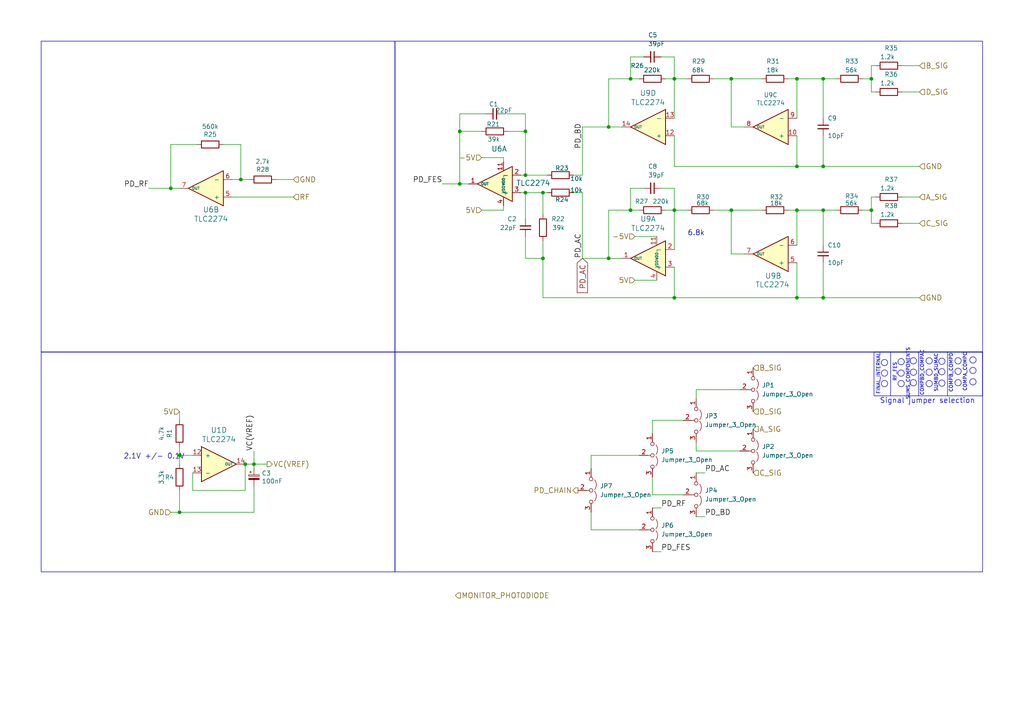
<source format=kicad_sch>
(kicad_sch (version 20231120) (generator "eeschema") (generator_version "8.0")
  (paper "A4")
  (lib_symbols
    (symbol "DVDLaserScanner-rescue:CP_Small" (pin_numbers hide) (pin_names (offset 0.254) hide)
      (property "Reference" "C" (at 0.254 1.778 0))
      (property "Value" "CP_Small" (at 0.254 -2.032 0))
      (symbol "CP_Small_0_1"
        (rectangle (start -1.524 -0.3048) (end 1.524 -0.6858) (fill (type outline)))
        (rectangle (start -1.524 0.6858) (end 1.524 0.3048))
        (polyline (pts (xy -1.27 1.524) (xy -0.762 1.524)))
        (polyline (pts (xy -1.016 1.27) (xy -1.016 1.778)))
      )
      (symbol "CP_Small_1_1"
        (pin passive line (at 0 2.54 270) (length 1.8542) (name "~") (number "1"))
        (pin passive line (at 0 -2.54 90) (length 1.8542) (name "~") (number "2"))
      )
    )
    (symbol "DVDLaserScanner-rescue:C_Small" (pin_numbers hide) (pin_names (offset 0.254) hide)
      (property "Reference" "C" (at 0.254 1.778 0))
      (property "Value" "C_Small" (at 0.254 -2.032 0))
      (symbol "C_Small_0_1"
        (polyline (pts (xy -1.524 -0.508) (xy 1.524 -0.508)) (stroke (width 0.3302)))
        (polyline (pts (xy -1.524 0.508) (xy 1.524 0.508)) (stroke (width 0.3048)))
      )
      (symbol "C_Small_1_1"
        (pin passive line (at 0 2.54 270) (length 2.032) (name "~") (number "1"))
        (pin passive line (at 0 -2.54 90) (length 2.032) (name "~") (number "2"))
      )
    )
    (symbol "DVDLaserScanner-rescue:R" (pin_numbers hide) (pin_names (offset 0))
      (property "Reference" "R" (at 2.032 0 90))
      (property "Value" "R" (at 0 0 90))
      (symbol "R_0_1"
        (rectangle (start -1.016 -2.54) (end 1.016 2.54) (stroke (width 0.254)))
      )
      (symbol "R_1_1"
        (pin passive line (at 0 3.81 270) (length 1.27) (name "~") (number "1"))
        (pin passive line (at 0 -3.81 90) (length 1.27) (name "~") (number "2"))
      )
    )
    (symbol "DVDLaserScanner-rescue:TLC2274" (pin_names (offset 1.016))
      (property "Reference" "U" (at 5.715 3.81 0))
      (property "Value" "TLC2274" (at 6.985 -3.81 0))
      (symbol "TLC2274_0_1"
        (polyline (pts (xy -2.54 5.08) (xy 7.62 0) (xy -2.54 -5.08) (xy -2.54 5.08)) (stroke (width 0.254)) (fill (type background)))
      )
      (symbol "TLC2274_1_1"
        (pin input line (at 10.16 0 180) (length 2.54) (name "OUT") (number "1"))
        (pin input line (at 0 -6.35 90) (length 2.54) (name "VDD-") (number "11"))
        (pin input line (at -5.08 -2.54 0) (length 2.54) (name "-") (number "2"))
        (pin input line (at -5.08 2.54 0) (length 2.54) (name "+") (number "3"))
        (pin input line (at 0 6.35 270) (length 2.54) (name "VDD+") (number "4"))
      )
      (symbol "TLC2274_2_1"
        (pin input line (at -5.08 2.54 0) (length 2.54) (name "+") (number "5"))
        (pin input line (at -5.08 -2.54 0) (length 2.54) (name "-") (number "6"))
        (pin input line (at 10.16 0 180) (length 2.54) (name "OUT") (number "7"))
      )
      (symbol "TLC2274_3_1"
        (pin input line (at -5.08 2.54 0) (length 2.54) (name "+") (number "10"))
        (pin input line (at 10.16 0 180) (length 2.54) (name "OUT") (number "8"))
        (pin input line (at -5.08 -2.54 0) (length 2.54) (name "-") (number "9"))
      )
      (symbol "TLC2274_4_1"
        (pin input line (at -5.08 2.54 0) (length 2.54) (name "+") (number "12"))
        (pin input line (at -5.08 -2.54 0) (length 2.54) (name "-") (number "13"))
        (pin input line (at 10.16 0 180) (length 2.54) (name "OUT") (number "14"))
      )
    )
    (symbol "Jumper:Jumper_3_Open" (pin_names (offset 0) hide) (exclude_from_sim yes) (in_bom no)
      (property "Reference" "JP" (at -2.54 -2.54 0))
      (property "Value" "Jumper_3_Open" (at 0 2.794 0))
      (symbol "Jumper_3_Open_0_0"
        (circle (center -3.302 0) (radius 0.508))
        (circle (center 0 0) (radius 0.508))
        (circle (center 3.302 0) (radius 0.508))
      )
      (symbol "Jumper_3_Open_0_1"
        (arc (start -0.254 1.016) (mid -1.651 1.4992) (end -3.048 1.016))
        (polyline (pts (xy 0 -0.508) (xy 0 -1.27)))
        (arc (start 3.048 1.016) (mid 1.651 1.4992) (end 0.254 1.016))
      )
      (symbol "Jumper_3_Open_1_1"
        (pin passive line (at -6.35 0 0) (length 2.54) (name "A") (number "1"))
        (pin passive line (at 0 -3.81 90) (length 2.54) (name "C") (number "2"))
        (pin passive line (at 6.35 0 180) (length 2.54) (name "B") (number "3"))
      )
    )
  )
  (junction (at 238.76 48.26))
  (junction (at 195.58 60.96))
  (junction (at 231.14 48.26))
  (junction (at 73.66 134.62))
  (junction (at 52.07 148.59))
  (junction (at 238.76 22.86))
  (junction (at 152.4 55.88))
  (junction (at 157.48 74.93))
  (junction (at 69.85 52.07))
  (junction (at 182.88 22.86))
  (junction (at 252.73 60.96))
  (junction (at 252.73 22.86))
  (junction (at 195.58 22.86))
  (junction (at 71.12 134.62))
  (junction (at 231.14 60.96))
  (junction (at 195.58 86.36))
  (junction (at 231.14 86.36))
  (junction (at 133.35 38.1))
  (junction (at 238.76 86.36))
  (junction (at 52.07 132.08))
  (junction (at 133.35 53.34))
  (junction (at 182.88 60.96))
  (junction (at 212.09 22.86))
  (junction (at 176.53 36.83))
  (junction (at 157.48 55.88))
  (junction (at 238.76 60.96))
  (junction (at 49.53 54.61))
  (junction (at 152.4 50.8))
  (junction (at 176.53 74.93))
  (junction (at 152.4 38.1))
  (junction (at 231.14 22.86))
  (junction (at 212.09 60.96))
  (wire (pts (xy 193.04 60.96) (xy 195.58 60.96)))
  (wire (pts (xy 52.07 119.38) (xy 52.07 121.92)))
  (wire (pts (xy 189.23 147.32) (xy 191.77 147.32)))
  (wire (pts (xy 152.4 74.93) (xy 157.48 74.93)))
  (wire (pts (xy 157.48 69.85) (xy 157.48 74.93)))
  (wire (pts (xy 212.09 22.86) (xy 220.98 22.86)))
  (wire (pts (xy 185.42 153.67) (xy 171.45 153.67)))
  (wire (pts (xy 146.05 33.02) (xy 152.4 33.02)))
  (wire (pts (xy 64.77 41.91) (xy 69.85 41.91)))
  (wire (pts (xy 250.19 60.96) (xy 252.73 60.96)))
  (wire (pts (xy 152.4 68.58) (xy 152.4 74.93)))
  (wire (pts (xy 252.73 57.15) (xy 252.73 60.96)))
  (wire (pts (xy 71.12 134.62) (xy 73.66 134.62)))
  (wire (pts (xy 191.77 54.61) (xy 195.58 54.61)))
  (wire (pts (xy 207.01 60.96) (xy 212.09 60.96)))
  (polyline (pts (xy 274.828 102.108) (xy 274.828 114.808)))
  (wire (pts (xy 189.23 160.02) (xy 191.77 160.02)))
  (wire (pts (xy 157.48 55.88) (xy 157.48 62.23)))
  (wire (pts (xy 152.4 38.1) (xy 152.4 50.8)))
  (wire (pts (xy 238.76 48.26) (xy 266.7 48.26)))
  (wire (pts (xy 231.14 86.36) (xy 238.76 86.36)))
  (wire (pts (xy 171.45 135.89) (xy 171.45 132.08)))
  (wire (pts (xy 212.09 36.83) (xy 215.9 36.83)))
  (wire (pts (xy 182.88 16.51) (xy 182.88 22.86)))
  (wire (pts (xy 214.63 113.03) (xy 201.93 113.03)))
  (wire (pts (xy 214.63 130.81) (xy 201.93 130.81)))
  (wire (pts (xy 176.53 74.93) (xy 180.34 74.93)))
  (wire (pts (xy 176.53 60.96) (xy 182.88 60.96)))
  (wire (pts (xy 55.88 142.24) (xy 71.12 142.24)))
  (wire (pts (xy 238.76 86.36) (xy 238.76 76.2)))
  (wire (pts (xy 168.91 36.83) (xy 168.91 50.8)))
  (wire (pts (xy 252.73 26.67) (xy 254 26.67)))
  (wire (pts (xy 252.73 60.96) (xy 252.73 64.77)))
  (wire (pts (xy 157.48 55.88) (xy 158.75 55.88)))
  (wire (pts (xy 190.5 68.58) (xy 184.15 68.58)))
  (wire (pts (xy 238.76 60.96) (xy 242.57 60.96)))
  (wire (pts (xy 186.69 54.61) (xy 182.88 54.61)))
  (wire (pts (xy 266.7 57.15) (xy 261.62 57.15)))
  (wire (pts (xy 212.09 73.66) (xy 215.9 73.66)))
  (wire (pts (xy 212.09 60.96) (xy 220.98 60.96)))
  (wire (pts (xy 252.73 19.05) (xy 252.73 22.86)))
  (wire (pts (xy 151.13 55.88) (xy 152.4 55.88)))
  (wire (pts (xy 207.01 22.86) (xy 212.09 22.86)))
  (wire (pts (xy 168.91 55.88) (xy 166.37 55.88)))
  (wire (pts (xy 171.45 153.67) (xy 171.45 148.59)))
  (wire (pts (xy 128.27 53.34) (xy 133.35 53.34)))
  (wire (pts (xy 146.05 45.72) (xy 139.7 45.72)))
  (wire (pts (xy 55.88 137.16) (xy 55.88 142.24)))
  (wire (pts (xy 195.58 86.36) (xy 231.14 86.36)))
  (wire (pts (xy 182.88 54.61) (xy 182.88 60.96)))
  (wire (pts (xy 195.58 39.37) (xy 195.58 48.26)))
  (wire (pts (xy 140.97 33.02) (xy 133.35 33.02)))
  (wire (pts (xy 195.58 60.96) (xy 199.39 60.96)))
  (wire (pts (xy 201.93 149.86) (xy 204.47 149.86)))
  (wire (pts (xy 238.76 22.86) (xy 242.57 22.86)))
  (wire (pts (xy 189.23 125.73) (xy 189.23 121.92)))
  (wire (pts (xy 71.12 142.24) (xy 71.12 134.62)))
  (wire (pts (xy 201.93 130.81) (xy 201.93 128.27)))
  (wire (pts (xy 52.07 129.54) (xy 52.07 132.08)))
  (wire (pts (xy 49.53 148.59) (xy 52.07 148.59)))
  (wire (pts (xy 176.53 36.83) (xy 180.34 36.83)))
  (wire (pts (xy 49.53 41.91) (xy 49.53 54.61)))
  (wire (pts (xy 212.09 22.86) (xy 212.09 36.83)))
  (wire (pts (xy 195.58 60.96) (xy 195.58 72.39)))
  (wire (pts (xy 195.58 16.51) (xy 195.58 22.86)))
  (wire (pts (xy 157.48 86.36) (xy 195.58 86.36)))
  (wire (pts (xy 133.35 38.1) (xy 133.35 53.34)))
  (wire (pts (xy 198.12 143.51) (xy 189.23 143.51)))
  (wire (pts (xy 201.93 137.16) (xy 204.47 137.16)))
  (wire (pts (xy 212.09 60.96) (xy 212.09 73.66)))
  (wire (pts (xy 252.73 64.77) (xy 254 64.77)))
  (wire (pts (xy 261.62 26.67) (xy 266.7 26.67)))
  (wire (pts (xy 49.53 54.61) (xy 52.07 54.61)))
  (wire (pts (xy 73.66 140.97) (xy 73.66 148.59)))
  (wire (pts (xy 193.04 22.86) (xy 195.58 22.86)))
  (wire (pts (xy 43.18 54.61) (xy 49.53 54.61)))
  (wire (pts (xy 238.76 22.86) (xy 238.76 34.29)))
  (polyline (pts (xy 258.318 102.108) (xy 258.318 114.808)))
  (wire (pts (xy 73.66 134.62) (xy 77.47 134.62)))
  (wire (pts (xy 168.91 74.93) (xy 168.91 55.88)))
  (wire (pts (xy 152.4 38.1) (xy 147.32 38.1)))
  (wire (pts (xy 85.09 52.07) (xy 80.01 52.07)))
  (wire (pts (xy 252.73 22.86) (xy 252.73 26.67)))
  (wire (pts (xy 146.05 46.99) (xy 146.05 45.72)))
  (wire (pts (xy 151.13 50.8) (xy 152.4 50.8)))
  (wire (pts (xy 182.88 22.86) (xy 185.42 22.86)))
  (wire (pts (xy 176.53 22.86) (xy 176.53 36.83)))
  (wire (pts (xy 133.35 33.02) (xy 133.35 38.1)))
  (wire (pts (xy 190.5 81.28) (xy 184.15 81.28)))
  (wire (pts (xy 228.6 60.96) (xy 231.14 60.96)))
  (wire (pts (xy 186.69 16.51) (xy 182.88 16.51)))
  (wire (pts (xy 67.31 52.07) (xy 69.85 52.07)))
  (wire (pts (xy 139.7 60.96) (xy 146.05 60.96)))
  (wire (pts (xy 152.4 63.5) (xy 152.4 55.88)))
  (wire (pts (xy 152.4 33.02) (xy 152.4 38.1)))
  (wire (pts (xy 176.53 60.96) (xy 176.53 74.93)))
  (wire (pts (xy 195.58 54.61) (xy 195.58 60.96)))
  (wire (pts (xy 191.77 16.51) (xy 195.58 16.51)))
  (wire (pts (xy 73.66 130.81) (xy 73.66 134.62)))
  (wire (pts (xy 231.14 60.96) (xy 238.76 60.96)))
  (wire (pts (xy 195.58 22.86) (xy 195.58 34.29)))
  (wire (pts (xy 254 57.15) (xy 252.73 57.15)))
  (wire (pts (xy 73.66 134.62) (xy 73.66 135.89)))
  (wire (pts (xy 67.31 57.15) (xy 85.09 57.15)))
  (wire (pts (xy 157.48 74.93) (xy 157.48 86.36)))
  (wire (pts (xy 182.88 60.96) (xy 185.42 60.96)))
  (wire (pts (xy 176.53 22.86) (xy 182.88 22.86)))
  (wire (pts (xy 231.14 22.86) (xy 231.14 34.29)))
  (wire (pts (xy 152.4 50.8) (xy 158.75 50.8)))
  (wire (pts (xy 146.05 60.96) (xy 146.05 59.69)))
  (wire (pts (xy 195.58 77.47) (xy 195.58 86.36)))
  (wire (pts (xy 52.07 142.24) (xy 52.07 148.59)))
  (wire (pts (xy 238.76 60.96) (xy 238.76 71.12)))
  (wire (pts (xy 228.6 22.86) (xy 231.14 22.86)))
  (wire (pts (xy 195.58 48.26) (xy 231.14 48.26)))
  (polyline (pts (xy 266.446 102.108) (xy 266.446 114.808)))
  (wire (pts (xy 231.14 60.96) (xy 231.14 71.12)))
  (wire (pts (xy 231.14 86.36) (xy 231.14 76.2)))
  (wire (pts (xy 168.91 36.83) (xy 176.53 36.83)))
  (wire (pts (xy 171.45 132.08) (xy 185.42 132.08)))
  (wire (pts (xy 189.23 121.92) (xy 198.12 121.92)))
  (wire (pts (xy 201.93 113.03) (xy 201.93 115.57)))
  (wire (pts (xy 52.07 132.08) (xy 55.88 132.08)))
  (wire (pts (xy 69.85 52.07) (xy 72.39 52.07)))
  (wire (pts (xy 231.14 22.86) (xy 238.76 22.86)))
  (wire (pts (xy 231.14 39.37) (xy 231.14 48.26)))
  (wire (pts (xy 189.23 143.51) (xy 189.23 138.43)))
  (wire (pts (xy 52.07 148.59) (xy 73.66 148.59)))
  (wire (pts (xy 195.58 22.86) (xy 199.39 22.86)))
  (wire (pts (xy 238.76 86.36) (xy 266.7 86.36)))
  (wire (pts (xy 133.35 53.34) (xy 135.89 53.34)))
  (wire (pts (xy 152.4 55.88) (xy 157.48 55.88)))
  (wire (pts (xy 266.7 19.05) (xy 261.62 19.05)))
  (wire (pts (xy 168.91 74.93) (xy 176.53 74.93)))
  (wire (pts (xy 238.76 48.26) (xy 238.76 39.37)))
  (wire (pts (xy 168.91 50.8) (xy 166.37 50.8)))
  (wire (pts (xy 69.85 41.91) (xy 69.85 52.07)))
  (wire (pts (xy 231.14 48.26) (xy 238.76 48.26)))
  (wire (pts (xy 254 19.05) (xy 252.73 19.05)))
  (wire (pts (xy 49.53 41.91) (xy 57.15 41.91)))
  (wire (pts (xy 133.35 38.1) (xy 139.7 38.1)))
  (wire (pts (xy 261.62 64.77) (xy 266.7 64.77)))
  (wire (pts (xy 52.07 132.08) (xy 52.07 134.62)))
  (wire (pts (xy 250.19 22.86) (xy 252.73 22.86)))
  (circle (center 282.194 110.744) (radius 0.9158))
  (rectangle (start 253.492 102.108) (end 284.988 114.808))
  (circle (center 269.494 107.95) (radius 0.9158))
  (circle (center 277.876 107.696) (radius 0.9158))
  (circle (center 273.177 107.823) (radius 0.9158))
  (circle (center 282.194 104.394) (radius 0.9158))
  (circle (center 277.876 104.648) (radius 0.9158))
  (circle (center 273.177 111.125) (radius 0.9158))
  (rectangle (start 11.938 102.108) (end 114.554 165.862))
  (circle (center 256.54 108.204) (radius 0.9158))
  (circle (center 282.194 107.442) (radius 0.9158))
  (rectangle (start 11.938 11.938) (end 114.554 102.108))
  (rectangle (start 114.554 102.108) (end 284.988 165.862))
  (circle (center 273.177 104.775) (radius 0.9158))
  (circle (center 269.494 104.648) (radius 0.9158))
  (rectangle (start 114.554 11.938) (end 284.988 102.108))
  (circle (center 277.876 110.998) (radius 0.9158))
  (circle (center 264.922 104.648) (radius 0.9158))
  (circle (center 264.922 110.998) (radius 0.9158))
  (circle (center 256.54 111.252) (radius 0.9158))
  (circle (center 256.54 105.156) (radius 0.9158))
  (circle (center 261.366 104.902) (radius 0.9158))
  (circle (center 261.366 108.204) (radius 0.9158))
  (circle (center 261.366 111.252) (radius 0.9158))
  (circle (center 269.494 111.252) (radius 0.9158))
  (circle (center 264.922 107.95) (radius 0.9158))
  (text "COMPBD_COMPAC" (at 267.462 108.204 90) (effects (font (size 1.016 1.016))))
  (text "COMPB_COMPD" (at 275.844 108.204 90) (effects (font (size 1.016 1.016))))
  (text "2.1V +/- 0.1V" (at 35.814 133.35 0) (effects (font (size 1.524 1.524)) (justify left bottom)))
  (text "RF_FES" (at 259.588 107.95 90) (effects (font (size 1.016 1.016))))
  (text "Signal jumper selection" (at 268.986 116.332 0) (effects (font (size 1.524 1.524))))
  (text "SUMBD_SUMAC" (at 271.526 108.204 90) (effects (font (size 1.016 1.016))))
  (text "FINAL_INTERNAL\n" (at 254.762 108.458 90) (effects (font (size 1.016 1.016))))
  (text "COMPA_COMPC" (at 279.908 107.95 90) (effects (font (size 1.016 1.016))))
  (text "6.8k\n" (at 199.39 68.58 0) (effects (font (size 1.524 1.524)) (justify left bottom)))
  (text "SUMS_COMPONENTS\n" (at 263.398 108.458 90) (effects (font (size 1.016 1.016))))
  (label "PD_FES" (at 191.77 160.02 0) (effects (font (size 1.524 1.524))))
  (label "PD_RF" (at 191.77 147.32 0) (effects (font (size 1.524 1.524))))
  (label "VC(VREF)" (at 73.66 130.81 90) (effects (font (size 1.524 1.524))))
  (label "PD_FES" (at 128.27 53.34 180) (effects (font (size 1.524 1.524))))
  (label "PD_AC" (at 168.91 74.93 90) (effects (font (size 1.524 1.524))))
  (label "PD_RF" (at 43.18 54.61 180) (effects (font (size 1.524 1.524))))
  (label "PD_AC" (at 204.47 137.16 0) (effects (font (size 1.524 1.524))))
  (label "PD_BD" (at 204.47 149.86 0) (effects (font (size 1.524 1.524))))
  (label "PD_BD" (at 168.91 43.18 90) (effects (font (size 1.524 1.524))))
  (global_label "PD_AC" (shape input) (at 168.91 74.93 270) (effects (font (size 1.524 1.524))) (property "Intersheetrefs" "${INTERSHEET_REFS}" (effects (hide yes))))
  (hierarchical_label "B_SIG" (shape input) (at 266.7 19.05 0) (effects (font (size 1.524 1.524))))
  (hierarchical_label "5V" (shape input) (at 139.7 60.96 180) (effects (font (size 1.524 1.524))))
  (hierarchical_label "GND" (shape input) (at 266.7 86.36 0) (effects (font (size 1.524 1.524))))
  (hierarchical_label "A_SIG" (shape input) (at 266.7 57.15 0) (effects (font (size 1.524 1.524))))
  (hierarchical_label "5V" (shape input) (at 52.07 119.38 180) (effects (font (size 1.524 1.524))))
  (hierarchical_label "C_SIG" (shape input) (at 218.44 137.16 0) (effects (font (size 1.524 1.524))))
  (hierarchical_label "MONITOR_PHOTODIODE" (shape input) (at 132.08 172.72 0) (effects (font (size 1.524 1.524))))
  (hierarchical_label "A_SIG" (shape input) (at 218.44 124.46 0) (effects (font (size 1.524 1.524))))
  (hierarchical_label "GND" (shape input) (at 49.53 148.59 180) (effects (font (size 1.524 1.524))))
  (hierarchical_label "VC(VREF)" (shape output) (at 77.47 134.62 0) (effects (font (size 1.524 1.524))))
  (hierarchical_label "-5V" (shape input) (at 139.7 45.72 180) (effects (font (size 1.524 1.524))))
  (hierarchical_label "PD_CHAIN" (shape output) (at 167.64 142.24 180) (effects (font (size 1.524 1.524))))
  (hierarchical_label "D_SIG" (shape input) (at 266.7 26.67 0) (effects (font (size 1.524 1.524))))
  (hierarchical_label "D_SIG" (shape input) (at 218.44 119.38 0) (effects (font (size 1.524 1.524))))
  (hierarchical_label "RF" (shape input) (at 85.09 57.15 0) (effects (font (size 1.524 1.524))))
  (hierarchical_label "B_SIG" (shape input) (at 218.44 106.68 0) (effects (font (size 1.524 1.524))))
  (hierarchical_label "5V" (shape input) (at 184.15 81.28 180) (effects (font (size 1.524 1.524))))
  (hierarchical_label "-5V" (shape input) (at 184.15 68.58 180) (effects (font (size 1.524 1.524))))
  (hierarchical_label "C_SIG" (shape input) (at 266.7 64.77 0) (effects (font (size 1.524 1.524))))
  (hierarchical_label "GND" (shape input) (at 266.7 48.26 0) (effects (font (size 1.524 1.524))))
  (hierarchical_label "GND" (shape input) (at 85.09 52.07 0) (effects (font (size 1.524 1.524))))
  (symbol (lib_id "DVDLaserScanner-rescue:R") (at 162.56 55.88 270) (unit 1)
    (property "Reference" "R24" (at 161.036 57.912 90) (effects (justify left)))
    (property "Value" "10k" (at 165.354 55.118 90) (effects (justify left)))
    (property "Footprint" "GaudiLabsFootPrints:0805G" (effects (hide yes)))
  )
  (symbol (lib_id "Jumper:Jumper_3_Open") (at 189.23 132.08 270) (unit 1) (exclude_from_sim yes) (in_bom no)
    (property "Reference" "JP5" (at 191.77 130.8099 90) (effects (justify left)))
    (property "Value" "Jumper_3_Open" (at 191.77 133.3499 90) (effects (justify left)))
    (property "Description" "Jumper, 3-pole, both open" (effects (hide yes)))
  )
  (symbol (lib_id "DVDLaserScanner-rescue:C_Small") (at 238.76 36.83 0) (unit 1)
    (property "Reference" "C9" (at 240.03 34.29 0) (effects (justify left)))
    (property "Value" "10pF" (at 240.03 39.37 0) (effects (justify left)))
    (property "Footprint" "GaudiLabsFootPrints:0805G" (effects (hide yes)))
  )
  (symbol (lib_id "DVDLaserScanner-rescue:C_Small") (at 189.23 16.51 270) (unit 1)
    (property "Reference" "C5" (at 187.96 10.16 90) (effects (justify left)))
    (property "Value" "39pF" (at 187.96 12.7 90) (effects (justify left)))
    (property "Footprint" "GaudiLabsFootPrints:0805G" (effects (hide yes)))
  )
  (symbol (lib_id "Jumper:Jumper_3_Open") (at 218.44 113.03 270) (unit 1) (exclude_from_sim yes) (in_bom no)
    (property "Reference" "JP1" (at 220.98 111.7599 90) (effects (justify left)))
    (property "Value" "Jumper_3_Open" (at 220.98 114.2999 90) (effects (justify left)))
    (property "Description" "Jumper, 3-pole, both open" (effects (hide yes)))
  )
  (symbol (lib_id "Jumper:Jumper_3_Open") (at 171.45 142.24 270) (unit 1) (exclude_from_sim yes) (in_bom no)
    (property "Reference" "JP7" (at 173.99 140.9699 90) (effects (justify left)))
    (property "Value" "Jumper_3_Open" (at 173.99 143.5099 90) (effects (justify left)))
    (property "Description" "Jumper, 3-pole, both open" (effects (hide yes)))
  )
  (symbol (lib_id "DVDLaserScanner-rescue:TLC2274") (at 226.06 73.66 180) (unit 2)
    (property "Reference" "U9" (at 224.282 80.01 0) (effects (font (size 1.524 1.524))))
    (property "Value" "TLC2274" (at 224.028 82.55 0) (effects (font (size 1.524 1.524))))
    (property "Footprint" "GaudiLabsFootPrints:SOIC-14_N" (effects (hide yes)))
  )
  (symbol (lib_id "DVDLaserScanner-rescue:C_Small") (at 152.4 66.04 180) (unit 1)
    (property "Reference" "C2" (at 149.86 63.5 0) (effects (justify left)))
    (property "Value" "22pF" (at 149.86 66.04 0) (effects (justify left)))
    (property "Footprint" "GaudiLabsFootPrints:0805G" (effects (hide yes)))
  )
  (symbol (lib_id "DVDLaserScanner-rescue:R") (at 224.79 60.96 270) (unit 1)
    (property "Reference" "R32" (at 223.266 57.15 90) (effects (justify left)))
    (property "Value" "18k" (at 223.266 58.928 90) (effects (justify left)))
    (property "Footprint" "GaudiLabsFootPrints:0805G" (effects (hide yes)))
  )
  (symbol (lib_id "DVDLaserScanner-rescue:R") (at 203.2 60.96 270) (unit 1)
    (property "Reference" "R30" (at 201.93 57.15 90) (effects (justify left)))
    (property "Value" "68k" (at 201.93 58.928 90) (effects (justify left)))
    (property "Footprint" "GaudiLabsFootPrints:0805G" (effects (hide yes)))
  )
  (symbol (lib_id "DVDLaserScanner-rescue:TLC2274") (at 190.5 36.83 180) (unit 4)
    (property "Reference" "U9" (at 187.96 27.0002 0) (effects (font (size 1.524 1.524))))
    (property "Value" "TLC2274" (at 187.96 29.6926 0) (effects (font (size 1.524 1.524))))
    (property "Footprint" "GaudiLabsFootPrints:SOIC-14_N" (effects (hide yes)))
  )
  (symbol (lib_id "DVDLaserScanner-rescue:R") (at 189.23 60.96 270) (unit 1)
    (property "Reference" "R27" (at 184.15 58.42 90) (effects (justify left)))
    (property "Value" "220k" (at 189.23 58.42 90) (effects (justify left)))
    (property "Footprint" "GaudiLabsFootPrints:0805G" (effects (hide yes)))
  )
  (symbol (lib_id "DVDLaserScanner-rescue:R") (at 246.38 60.96 270) (unit 1)
    (property "Reference" "R34" (at 245.11 56.896 90) (effects (justify left)))
    (property "Value" "56k" (at 245.11 58.928 90) (effects (justify left)))
    (property "Footprint" "GaudiLabsFootPrints:0805G" (effects (hide yes)))
  )
  (symbol (lib_id "DVDLaserScanner-rescue:R") (at 257.81 64.77 270) (unit 1)
    (property "Reference" "R38" (at 256.54 59.69 90) (effects (justify left)))
    (property "Value" "1.2k" (at 255.27 62.23 90) (effects (justify left)))
    (property "Footprint" "GaudiLabsFootPrints:0805G" (effects (hide yes)))
  )
  (symbol (lib_id "DVDLaserScanner-rescue:R") (at 52.07 138.43 180) (unit 1)
    (property "Reference" "R4" (at 49.149 138.43 0))
    (property "Value" "3.3k" (at 46.8376 138.43 90))
    (property "Footprint" "GaudiLabsFootPrints:0805G" (effects (hide yes)))
  )
  (symbol (lib_id "Jumper:Jumper_3_Open") (at 201.93 121.92 270) (unit 1) (exclude_from_sim yes) (in_bom no)
    (property "Reference" "JP3" (at 204.47 120.6499 90) (effects (justify left)))
    (property "Value" "Jumper_3_Open" (at 204.47 123.1899 90) (effects (justify left)))
    (property "Description" "Jumper, 3-pole, both open" (effects (hide yes)))
  )
  (symbol (lib_id "DVDLaserScanner-rescue:R") (at 143.51 38.1 90) (unit 1)
    (property "Reference" "R21" (at 145.034 36.068 90) (effects (justify left)))
    (property "Value" "39k" (at 145.034 40.386 90) (effects (justify left)))
    (property "Footprint" "GaudiLabsFootPrints:0805G" (effects (hide yes)))
  )
  (symbol (lib_id "DVDLaserScanner-rescue:R") (at 203.2 22.86 270) (unit 1)
    (property "Reference" "R29" (at 200.66 17.78 90) (effects (justify left)))
    (property "Value" "68k" (at 200.66 20.32 90) (effects (justify left)))
    (property "Footprint" "GaudiLabsFootPrints:0805G" (effects (hide yes)))
  )
  (symbol (lib_id "DVDLaserScanner-rescue:R") (at 257.81 19.05 270) (unit 1)
    (property "Reference" "R35" (at 256.54 13.97 90) (effects (justify left)))
    (property "Value" "1.2k" (at 255.27 16.51 90) (effects (justify left)))
    (property "Footprint" "GaudiLabsFootPrints:0805G" (effects (hide yes)))
  )
  (symbol (lib_id "DVDLaserScanner-rescue:TLC2274") (at 226.06 36.83 180) (unit 3)
    (property "Reference" "U9" (at 223.52 27.559 0))
    (property "Value" "TLC2274" (at 223.52 29.8704 0))
    (property "Footprint" "GaudiLabsFootPrints:SOIC-14_N" (effects (hide yes)))
  )
  (symbol (lib_id "DVDLaserScanner-rescue:TLC2274") (at 190.5 74.93 180) (unit 1)
    (property "Reference" "U9" (at 187.96 63.5 0) (effects (font (size 1.524 1.524))))
    (property "Value" "TLC2274" (at 187.96 66.1924 0) (effects (font (size 1.524 1.524))))
    (property "Footprint" "GaudiLabsFootPrints:SOIC-14_N" (effects (hide yes)))
  )
  (symbol (lib_id "DVDLaserScanner-rescue:TLC2274") (at 62.23 54.61 180) (unit 2)
    (property "Reference" "U6" (at 61.214 60.8076 0) (effects (font (size 1.524 1.524))))
    (property "Value" "TLC2274" (at 61.214 63.5 0) (effects (font (size 1.524 1.524))))
    (property "Footprint" "GaudiLabsFootPrints:SOIC-14_N" (effects (hide yes)))
  )
  (symbol (lib_id "DVDLaserScanner-rescue:R") (at 162.56 50.8 270) (unit 1)
    (property "Reference" "R23" (at 161.036 48.768 90) (effects (justify left)))
    (property "Value" "10k" (at 165.354 51.816 90) (effects (justify left)))
    (property "Footprint" "GaudiLabsFootPrints:0805G" (effects (hide yes)))
  )
  (symbol (lib_id "DVDLaserScanner-rescue:R") (at 189.23 22.86 270) (unit 1)
    (property "Reference" "R26" (at 182.88 19.05 90) (effects (justify left)))
    (property "Value" "220k" (at 186.69 20.32 90) (effects (justify left)))
    (property "Footprint" "GaudiLabsFootPrints:0805G" (effects (hide yes)))
  )
  (symbol (lib_id "DVDLaserScanner-rescue:TLC2274") (at 60.96 134.62 0) (unit 4)
    (property "Reference" "U1" (at 63.5 124.7394 0) (effects (font (size 1.524 1.524))))
    (property "Value" "TLC2274" (at 63.5 127.4318 0) (effects (font (size 1.524 1.524))))
    (property "Footprint" "GaudiLabsFootPrints:SOIC-14_N" (effects (hide yes)))
  )
  (symbol (lib_id "DVDLaserScanner-rescue:R") (at 157.48 66.04 180) (unit 1)
    (property "Reference" "R22" (at 163.83 63.5 0) (effects (justify left)))
    (property "Value" "39k" (at 163.83 66.04 0) (effects (justify left)))
    (property "Footprint" "GaudiLabsFootPrints:0805G" (effects (hide yes)))
  )
  (symbol (lib_id "DVDLaserScanner-rescue:R") (at 257.81 26.67 270) (unit 1)
    (property "Reference" "R36" (at 256.54 21.59 90) (effects (justify left)))
    (property "Value" "1.2k" (at 255.27 24.13 90) (effects (justify left)))
    (property "Footprint" "GaudiLabsFootPrints:0805G" (effects (hide yes)))
  )
  (symbol (lib_id "DVDLaserScanner-rescue:R") (at 60.96 41.91 90) (unit 1)
    (property "Reference" "R25" (at 60.96 38.989 90))
    (property "Value" "560k" (at 60.96 36.6776 90))
    (property "Footprint" "GaudiLabsFootPrints:0805G" (effects (hide yes)))
  )
  (symbol (lib_id "DVDLaserScanner-rescue:R") (at 257.81 57.15 270) (unit 1)
    (property "Reference" "R37" (at 256.54 52.07 90) (effects (justify left)))
    (property "Value" "1.2k" (at 255.27 54.61 90) (effects (justify left)))
    (property "Footprint" "GaudiLabsFootPrints:0805G" (effects (hide yes)))
  )
  (symbol (lib_id "DVDLaserScanner-rescue:R") (at 76.2 52.07 90) (unit 1)
    (property "Reference" "R28" (at 76.2 49.149 90))
    (property "Value" "2.7k" (at 76.2 46.8376 90))
    (property "Footprint" "GaudiLabsFootPrints:0805G" (effects (hide yes)))
  )
  (symbol (lib_id "Jumper:Jumper_3_Open") (at 201.93 143.51 270) (unit 1) (exclude_from_sim yes) (in_bom no)
    (property "Reference" "JP4" (at 204.47 142.2399 90) (effects (justify left)))
    (property "Value" "Jumper_3_Open" (at 204.47 144.7799 90) (effects (justify left)))
    (property "Description" "Jumper, 3-pole, both open" (effects (hide yes)))
  )
  (symbol (lib_id "DVDLaserScanner-rescue:C_Small") (at 238.76 73.66 0) (unit 1)
    (property "Reference" "C10" (at 240.03 71.12 0) (effects (justify left)))
    (property "Value" "10pF" (at 240.03 76.2 0) (effects (justify left)))
    (property "Footprint" "GaudiLabsFootPrints:0805G" (effects (hide yes)))
  )
  (symbol (lib_id "DVDLaserScanner-rescue:R") (at 246.38 22.86 270) (unit 1)
    (property "Reference" "R33" (at 245.11 17.78 90) (effects (justify left)))
    (property "Value" "56k" (at 245.11 20.32 90) (effects (justify left)))
    (property "Footprint" "GaudiLabsFootPrints:0805G" (effects (hide yes)))
  )
  (symbol (lib_id "DVDLaserScanner-rescue:C_Small") (at 189.23 54.61 270) (unit 1)
    (property "Reference" "C8" (at 187.96 48.26 90) (effects (justify left)))
    (property "Value" "39pF" (at 187.96 50.8 90) (effects (justify left)))
    (property "Footprint" "GaudiLabsFootPrints:0805G" (effects (hide yes)))
  )
  (symbol (lib_id "Jumper:Jumper_3_Open") (at 189.23 153.67 270) (unit 1) (exclude_from_sim yes) (in_bom no)
    (property "Reference" "JP6" (at 191.77 152.3999 90) (effects (justify left)))
    (property "Value" "Jumper_3_Open" (at 191.77 154.9399 90) (effects (justify left)))
    (property "Description" "Jumper, 3-pole, both open" (effects (hide yes)))
  )
  (symbol (lib_id "DVDLaserScanner-rescue:C_Small") (at 143.51 33.02 90) (unit 1)
    (property "Reference" "C1" (at 144.526 30.226 90) (effects (justify left)))
    (property "Value" "22pF" (at 148.59 32.004 90) (effects (justify left)))
    (property "Footprint" "GaudiLabsFootPrints:0805G" (effects (hide yes)))
  )
  (symbol (lib_id "DVDLaserScanner-rescue:R") (at 52.07 125.73 180) (unit 1)
    (property "Reference" "R1" (at 49.149 125.73 90))
    (property "Value" "4.7k" (at 46.8376 125.73 90))
    (property "Footprint" "GaudiLabsFootPrints:0805G" (effects (hide yes)))
  )
  (symbol (lib_id "DVDLaserScanner-rescue:CP_Small") (at 73.66 138.43 0) (unit 1)
    (property "Reference" "C3" (at 75.8952 137.2616 0) (effects (justify left)))
    (property "Value" "100nF" (at 75.8952 139.573 0) (effects (justify left)))
    (property "Footprint" "Capacitors_SMD:C_1210_HandSoldering" (effects (hide yes)))
  )
  (symbol (lib_id "Jumper:Jumper_3_Open") (at 218.44 130.81 270) (unit 1) (exclude_from_sim yes) (in_bom no)
    (property "Reference" "JP2" (at 220.98 129.5399 90) (effects (justify left)))
    (property "Value" "Jumper_3_Open" (at 220.98 132.0799 90) (effects (justify left)))
    (property "Description" "Jumper, 3-pole, both open" (effects (hide yes)))
  )
  (symbol (lib_id "DVDLaserScanner-rescue:R") (at 224.79 22.86 270) (unit 1)
    (property "Reference" "R31" (at 222.25 17.78 90) (effects (justify left)))
    (property "Value" "18k" (at 222.25 20.32 90) (effects (justify left)))
    (property "Footprint" "GaudiLabsFootPrints:0805G" (effects (hide yes)))
  )
  (symbol (lib_id "DVDLaserScanner-rescue:TLC2274") (at 146.05 53.34 180) (unit 1)
    (property "Reference" "U6" (at 144.78 43.18 0) (effects (font (size 1.524 1.524))))
    (property "Value" "TLC2274" (at 154.686 53.086 0) (effects (font (size 1.524 1.524))))
    (property "Footprint" "GaudiLabsFootPrints:SOIC-14_N" (effects (hide yes)))
  )
)
</source>
